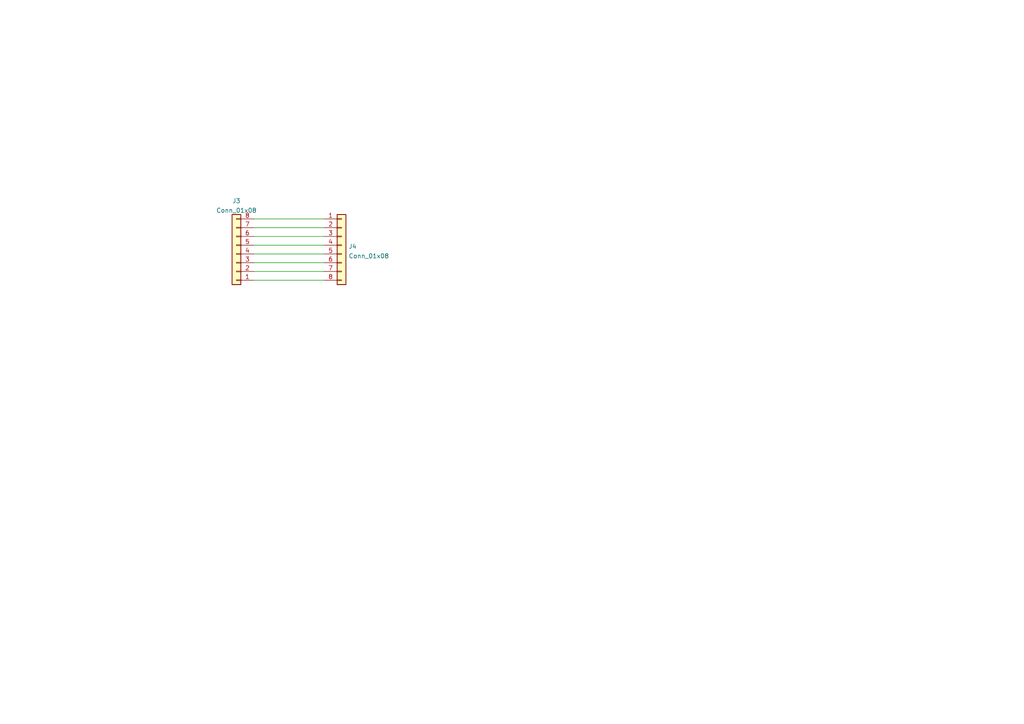
<source format=kicad_sch>
(kicad_sch (version 20211123) (generator eeschema)
  (paper "A4")
  (lib_symbols
    (symbol "Connector_Generic:Conn_01x08" (pin_names (offset 1.016) hide)
      (property "Reference" "J" (at 0 10.16 0))
      (property "Value" "Conn_01x08" (at 0 -12.7 0))
      (symbol "Conn_01x08_1_1"
        (rectangle (start -1.27 -10.033) (end 0 -10.287) (stroke (width 0.1524)))
        (rectangle (start -1.27 -7.493) (end 0 -7.747) (stroke (width 0.1524)))
        (rectangle (start -1.27 -4.953) (end 0 -5.207) (stroke (width 0.1524)))
        (rectangle (start -1.27 -2.413) (end 0 -2.667) (stroke (width 0.1524)))
        (rectangle (start -1.27 0.127) (end 0 -0.127) (stroke (width 0.1524)))
        (rectangle (start -1.27 2.667) (end 0 2.413) (stroke (width 0.1524)))
        (rectangle (start -1.27 5.207) (end 0 4.953) (stroke (width 0.1524)))
        (rectangle (start -1.27 7.747) (end 0 7.493) (stroke (width 0.1524)))
        (rectangle (start -1.27 8.89) (end 1.27 -11.43) (stroke (width 0.254)) (fill (type background)))
        (pin passive line (at -5.08 7.62 0) (length 3.81) (name "Pin_1") (number "1"))
        (pin passive line (at -5.08 5.08 0) (length 3.81) (name "Pin_2") (number "2"))
        (pin passive line (at -5.08 2.54 0) (length 3.81) (name "Pin_3") (number "3"))
        (pin passive line (at -5.08 0 0) (length 3.81) (name "Pin_4") (number "4"))
        (pin passive line (at -5.08 -2.54 0) (length 3.81) (name "Pin_5") (number "5"))
        (pin passive line (at -5.08 -5.08 0) (length 3.81) (name "Pin_6") (number "6"))
        (pin passive line (at -5.08 -7.62 0) (length 3.81) (name "Pin_7") (number "7"))
        (pin passive line (at -5.08 -10.16 0) (length 3.81) (name "Pin_8") (number "8"))
      )
    )
  )
  (wire (pts (xy 73.66 71.12) (xy 93.98 71.12)))
  (wire (pts (xy 73.66 66.04) (xy 93.98 66.04)))
  (wire (pts (xy 73.66 63.5) (xy 93.98 63.5)))
  (wire (pts (xy 73.66 78.74) (xy 93.98 78.74)))
  (wire (pts (xy 73.66 76.2) (xy 93.98 76.2)))
  (wire (pts (xy 73.66 73.66) (xy 93.98 73.66)))
  (wire (pts (xy 73.66 68.58) (xy 93.98 68.58)))
  (wire (pts (xy 73.66 81.28) (xy 93.98 81.28)))
  (symbol (lib_id "Connector_Generic:Conn_01x08") (at 68.58 73.66 180) (unit 1)
    (property "Reference" "J3" (at 68.58 58.2635 0))
    (property "Value" "Conn_01x08" (at 68.58 61.0386 0))
  )
  (symbol (lib_id "Connector_Generic:Conn_01x08") (at 99.06 71.12 0) (unit 1)
    (property "Reference" "J4" (at 101.092 71.4815 0) (effects (justify left)))
    (property "Value" "Conn_01x08" (at 101.092 74.2566 0) (effects (justify left)))
    (property "Footprint" "Connector_PinHeader_2.54mm:PinHeader_1x08_P2.54mm_Vertical" (effects hide))
  )
)
</source>
